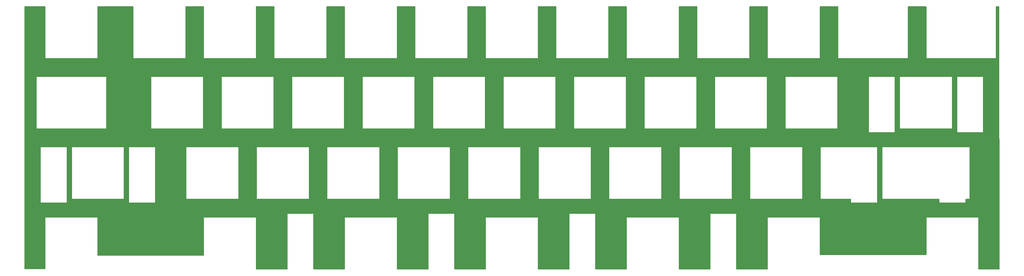
<source format=gbr>
%TF.GenerationSoftware,KiCad,Pcbnew,(7.0.0)*%
%TF.CreationDate,2023-09-11T13:22:16+02:00*%
%TF.ProjectId,kira plate,6b697261-2070-46c6-9174-652e6b696361,rev?*%
%TF.SameCoordinates,Original*%
%TF.FileFunction,Copper,L1,Top*%
%TF.FilePolarity,Positive*%
%FSLAX46Y46*%
G04 Gerber Fmt 4.6, Leading zero omitted, Abs format (unit mm)*
G04 Created by KiCad (PCBNEW (7.0.0)) date 2023-09-11 13:22:16*
%MOMM*%
%LPD*%
G01*
G04 APERTURE LIST*
G04 APERTURE END LIST*
%TA.AperFunction,Conductor*%
%TO.N,GND*%
G36*
X21511500Y-32010515D02*
G01*
X21557619Y-32056634D01*
X21574500Y-32119634D01*
X21574500Y-46037401D01*
X21574459Y-46037500D01*
X21574500Y-46037599D01*
X21574617Y-46037883D01*
X21575000Y-46038041D01*
X21575099Y-46038000D01*
X35574901Y-46038000D01*
X35575000Y-46038041D01*
X35575383Y-46037883D01*
X35575500Y-46037599D01*
X35575541Y-46037500D01*
X35575500Y-46037401D01*
X35575500Y-32119634D01*
X35592381Y-32056634D01*
X35638500Y-32010515D01*
X35701500Y-31993634D01*
X45261000Y-31993634D01*
X45324000Y-32010515D01*
X45370119Y-32056634D01*
X45387000Y-32119634D01*
X45387000Y-46037401D01*
X45386959Y-46037500D01*
X45387000Y-46037599D01*
X45387117Y-46037883D01*
X45387500Y-46038041D01*
X45387599Y-46038000D01*
X59387401Y-46038000D01*
X59387500Y-46038041D01*
X59387883Y-46037883D01*
X59388000Y-46037599D01*
X59388041Y-46037500D01*
X59388000Y-46037401D01*
X59388000Y-32119634D01*
X59404881Y-32056634D01*
X59451000Y-32010515D01*
X59514000Y-31993634D01*
X64311000Y-31993634D01*
X64374000Y-32010515D01*
X64420119Y-32056634D01*
X64437000Y-32119634D01*
X64437000Y-46037401D01*
X64436959Y-46037500D01*
X64437000Y-46037599D01*
X64437117Y-46037883D01*
X64437500Y-46038041D01*
X64437599Y-46038000D01*
X78437401Y-46038000D01*
X78437500Y-46038041D01*
X78437883Y-46037883D01*
X78438000Y-46037599D01*
X78438041Y-46037500D01*
X78438000Y-46037401D01*
X78438000Y-32119634D01*
X78454881Y-32056634D01*
X78501000Y-32010515D01*
X78564000Y-31993634D01*
X83361000Y-31993634D01*
X83424000Y-32010515D01*
X83470119Y-32056634D01*
X83487000Y-32119634D01*
X83487000Y-46037401D01*
X83486959Y-46037500D01*
X83487000Y-46037599D01*
X83487117Y-46037883D01*
X83487500Y-46038041D01*
X83487599Y-46038000D01*
X97487401Y-46038000D01*
X97487500Y-46038041D01*
X97487883Y-46037883D01*
X97488000Y-46037599D01*
X97488041Y-46037500D01*
X97488000Y-46037401D01*
X97488000Y-32119634D01*
X97504881Y-32056634D01*
X97551000Y-32010515D01*
X97614000Y-31993634D01*
X102411000Y-31993634D01*
X102474000Y-32010515D01*
X102520119Y-32056634D01*
X102537000Y-32119634D01*
X102537000Y-46037401D01*
X102536959Y-46037500D01*
X102537000Y-46037599D01*
X102537117Y-46037883D01*
X102537500Y-46038041D01*
X102537599Y-46038000D01*
X116537401Y-46038000D01*
X116537500Y-46038041D01*
X116537883Y-46037883D01*
X116538000Y-46037599D01*
X116538041Y-46037500D01*
X116538000Y-46037401D01*
X116538000Y-32119634D01*
X116554881Y-32056634D01*
X116601000Y-32010515D01*
X116664000Y-31993634D01*
X121461000Y-31993634D01*
X121524000Y-32010515D01*
X121570119Y-32056634D01*
X121587000Y-32119634D01*
X121587000Y-46037401D01*
X121586959Y-46037500D01*
X121587000Y-46037599D01*
X121587117Y-46037883D01*
X121587500Y-46038041D01*
X121587599Y-46038000D01*
X135587401Y-46038000D01*
X135587500Y-46038041D01*
X135587883Y-46037883D01*
X135588000Y-46037599D01*
X135588041Y-46037500D01*
X135588000Y-46037401D01*
X135588000Y-32119634D01*
X135604881Y-32056634D01*
X135651000Y-32010515D01*
X135714000Y-31993634D01*
X140511000Y-31993634D01*
X140574000Y-32010515D01*
X140620119Y-32056634D01*
X140637000Y-32119634D01*
X140637000Y-46037401D01*
X140636959Y-46037500D01*
X140637000Y-46037599D01*
X140637117Y-46037883D01*
X140637500Y-46038041D01*
X140637599Y-46038000D01*
X154637401Y-46038000D01*
X154637500Y-46038041D01*
X154637883Y-46037883D01*
X154638000Y-46037599D01*
X154638041Y-46037500D01*
X154638000Y-46037401D01*
X154638000Y-32119634D01*
X154654881Y-32056634D01*
X154701000Y-32010515D01*
X154764000Y-31993634D01*
X159561000Y-31993634D01*
X159624000Y-32010515D01*
X159670119Y-32056634D01*
X159687000Y-32119634D01*
X159687000Y-46037401D01*
X159686959Y-46037500D01*
X159687000Y-46037599D01*
X159687117Y-46037883D01*
X159687500Y-46038041D01*
X159687599Y-46038000D01*
X173687401Y-46038000D01*
X173687500Y-46038041D01*
X173687883Y-46037883D01*
X173688000Y-46037599D01*
X173688041Y-46037500D01*
X173688000Y-46037401D01*
X173688000Y-32119634D01*
X173704881Y-32056634D01*
X173751000Y-32010515D01*
X173814000Y-31993634D01*
X178611000Y-31993634D01*
X178674000Y-32010515D01*
X178720119Y-32056634D01*
X178737000Y-32119634D01*
X178737000Y-46037401D01*
X178736959Y-46037500D01*
X178737000Y-46037599D01*
X178737117Y-46037883D01*
X178737500Y-46038041D01*
X178737599Y-46038000D01*
X192737401Y-46038000D01*
X192737500Y-46038041D01*
X192737883Y-46037883D01*
X192738000Y-46037599D01*
X192738041Y-46037500D01*
X192738000Y-46037401D01*
X192738000Y-32119634D01*
X192754881Y-32056634D01*
X192801000Y-32010515D01*
X192864000Y-31993634D01*
X197661000Y-31993634D01*
X197724000Y-32010515D01*
X197770119Y-32056634D01*
X197787000Y-32119634D01*
X197787000Y-46037401D01*
X197786959Y-46037500D01*
X197787000Y-46037599D01*
X197787117Y-46037883D01*
X197787500Y-46038041D01*
X197787599Y-46038000D01*
X211787401Y-46038000D01*
X211787500Y-46038041D01*
X211787883Y-46037883D01*
X211788000Y-46037599D01*
X211788041Y-46037500D01*
X211788000Y-46037401D01*
X211788000Y-32119634D01*
X211804881Y-32056634D01*
X211851000Y-32010515D01*
X211914000Y-31993634D01*
X216711000Y-31993634D01*
X216774000Y-32010515D01*
X216820119Y-32056634D01*
X216837000Y-32119634D01*
X216837000Y-46037401D01*
X216836959Y-46037500D01*
X216837000Y-46037599D01*
X216837117Y-46037883D01*
X216837500Y-46038041D01*
X216837599Y-46038000D01*
X230837401Y-46038000D01*
X230837500Y-46038041D01*
X230837883Y-46037883D01*
X230838000Y-46037599D01*
X230838041Y-46037500D01*
X230838000Y-46037401D01*
X230838000Y-32119634D01*
X230854881Y-32056634D01*
X230901000Y-32010515D01*
X230964000Y-31993634D01*
X235761000Y-31993634D01*
X235824000Y-32010515D01*
X235870119Y-32056634D01*
X235887000Y-32119634D01*
X235887000Y-46037401D01*
X235886959Y-46037500D01*
X235887000Y-46037599D01*
X235887117Y-46037883D01*
X235887500Y-46038041D01*
X235887599Y-46038000D01*
X240649901Y-46038000D01*
X240650099Y-46038000D01*
X249887401Y-46038000D01*
X249887599Y-46038000D01*
X254649901Y-46038000D01*
X254650000Y-46038041D01*
X254650383Y-46037883D01*
X254650500Y-46037599D01*
X254650541Y-46037500D01*
X254650500Y-46037401D01*
X254650500Y-32119634D01*
X254667381Y-32056634D01*
X254713500Y-32010515D01*
X254776500Y-31993634D01*
X259573500Y-31993634D01*
X259636500Y-32010515D01*
X259682619Y-32056634D01*
X259699500Y-32119634D01*
X259699500Y-46037401D01*
X259699459Y-46037500D01*
X259699500Y-46037599D01*
X259699617Y-46037883D01*
X259700000Y-46038041D01*
X259700099Y-46038000D01*
X264462401Y-46038000D01*
X264462599Y-46038000D01*
X273699901Y-46038000D01*
X273700099Y-46038000D01*
X278462401Y-46038000D01*
X278462500Y-46038041D01*
X278462883Y-46037883D01*
X278463000Y-46037599D01*
X278463041Y-46037500D01*
X278463000Y-46037401D01*
X278463000Y-32119634D01*
X278479881Y-32056634D01*
X278526000Y-32010515D01*
X278589000Y-31993634D01*
X279271997Y-31993634D01*
X279334965Y-32010496D01*
X279381079Y-32056569D01*
X279397997Y-32119522D01*
X279461272Y-103114134D01*
X279461273Y-103114522D01*
X279444430Y-103177569D01*
X279398305Y-103223734D01*
X279335273Y-103240634D01*
X273826500Y-103240634D01*
X273763500Y-103223753D01*
X273717381Y-103177634D01*
X273700500Y-103114634D01*
X273700500Y-89199722D01*
X273700500Y-89187599D01*
X273700541Y-89187500D01*
X273700383Y-89187117D01*
X273700099Y-89187000D01*
X273700000Y-89186959D01*
X273699901Y-89187000D01*
X259700099Y-89187000D01*
X259700000Y-89186959D01*
X259699901Y-89187000D01*
X259699617Y-89187117D01*
X259699459Y-89187500D01*
X259699500Y-89187599D01*
X259699500Y-89199722D01*
X259699500Y-99241135D01*
X259682619Y-99304135D01*
X259636501Y-99350254D01*
X259573502Y-99367134D01*
X257395132Y-99367152D01*
X230963999Y-99367169D01*
X230901000Y-99350289D01*
X230854881Y-99304170D01*
X230838000Y-99241170D01*
X230838000Y-89199722D01*
X230838000Y-89187599D01*
X230838041Y-89187500D01*
X230837883Y-89187117D01*
X230837599Y-89187000D01*
X230837500Y-89186959D01*
X230837401Y-89187000D01*
X216837599Y-89187000D01*
X216837500Y-89186959D01*
X216837401Y-89187000D01*
X216837117Y-89187117D01*
X216836959Y-89187500D01*
X216837000Y-89187599D01*
X216837000Y-89199722D01*
X216837000Y-103114685D01*
X216820119Y-103177685D01*
X216774000Y-103223804D01*
X216711001Y-103240684D01*
X208413998Y-103240691D01*
X208351000Y-103223811D01*
X208304881Y-103177692D01*
X208288000Y-103114692D01*
X208288000Y-88199722D01*
X208288000Y-88187599D01*
X208288041Y-88187500D01*
X208287883Y-88187117D01*
X208287599Y-88187000D01*
X208287500Y-88186959D01*
X208287401Y-88187000D01*
X201287599Y-88187000D01*
X201287500Y-88186959D01*
X201287401Y-88187000D01*
X201287117Y-88187117D01*
X201286959Y-88187500D01*
X201287000Y-88187599D01*
X201287000Y-88199722D01*
X201287000Y-103114698D01*
X201270119Y-103177698D01*
X201224000Y-103223817D01*
X201161001Y-103240697D01*
X192863998Y-103240704D01*
X192801000Y-103223824D01*
X192754881Y-103177705D01*
X192738000Y-103114705D01*
X192738000Y-89199722D01*
X192738000Y-89187599D01*
X192738041Y-89187500D01*
X192737883Y-89187117D01*
X192737599Y-89187000D01*
X192737500Y-89186959D01*
X192737401Y-89187000D01*
X178737599Y-89187000D01*
X178737500Y-89186959D01*
X178737401Y-89187000D01*
X178737117Y-89187117D01*
X178736959Y-89187500D01*
X178737000Y-89187599D01*
X178737000Y-89199722D01*
X178737000Y-103114716D01*
X178720119Y-103177716D01*
X178674000Y-103223835D01*
X178611000Y-103240716D01*
X170314000Y-103240723D01*
X170251000Y-103223842D01*
X170204881Y-103177723D01*
X170188000Y-103114723D01*
X170188000Y-88199722D01*
X170188000Y-88187599D01*
X170188041Y-88187500D01*
X170187883Y-88187117D01*
X170187599Y-88187000D01*
X170187500Y-88186959D01*
X170187401Y-88187000D01*
X163187599Y-88187000D01*
X163187500Y-88186959D01*
X163187401Y-88187000D01*
X163187117Y-88187117D01*
X163186959Y-88187500D01*
X163187000Y-88187599D01*
X163187000Y-88199722D01*
X163187000Y-103114729D01*
X163170119Y-103177729D01*
X163124000Y-103223848D01*
X163061000Y-103240729D01*
X154764000Y-103240736D01*
X154701000Y-103223855D01*
X154654881Y-103177736D01*
X154638000Y-103114736D01*
X154638000Y-89199722D01*
X154638000Y-89187599D01*
X154638041Y-89187500D01*
X154637883Y-89187117D01*
X154637599Y-89187000D01*
X154637500Y-89186959D01*
X154637401Y-89187000D01*
X140637599Y-89187000D01*
X140637500Y-89186959D01*
X140637401Y-89187000D01*
X140637117Y-89187117D01*
X140636959Y-89187500D01*
X140637000Y-89187599D01*
X140637000Y-89199722D01*
X140637000Y-103114748D01*
X140620119Y-103177748D01*
X140574000Y-103223867D01*
X140511000Y-103240747D01*
X132213999Y-103240754D01*
X132151000Y-103223874D01*
X132104881Y-103177755D01*
X132088000Y-103114755D01*
X132088000Y-88199722D01*
X132088000Y-88187599D01*
X132088041Y-88187500D01*
X132087883Y-88187117D01*
X132087599Y-88187000D01*
X132087500Y-88186959D01*
X132087401Y-88187000D01*
X125087599Y-88187000D01*
X125087500Y-88186959D01*
X125087401Y-88187000D01*
X125087117Y-88187117D01*
X125086959Y-88187500D01*
X125087000Y-88187599D01*
X125087000Y-88199722D01*
X125087000Y-103114761D01*
X125070119Y-103177761D01*
X125024000Y-103223880D01*
X124961000Y-103240760D01*
X116663999Y-103240767D01*
X116601000Y-103223887D01*
X116554881Y-103177768D01*
X116538000Y-103114768D01*
X116538000Y-89199722D01*
X116538000Y-89187599D01*
X116538041Y-89187500D01*
X116537883Y-89187117D01*
X116537599Y-89187000D01*
X116537500Y-89186959D01*
X116537401Y-89187000D01*
X102537599Y-89187000D01*
X102537500Y-89186959D01*
X102537401Y-89187000D01*
X102537117Y-89187117D01*
X102536959Y-89187500D01*
X102537000Y-89187599D01*
X102537000Y-89199722D01*
X102537000Y-103114780D01*
X102520119Y-103177780D01*
X102474000Y-103223899D01*
X102411001Y-103240779D01*
X94113998Y-103240786D01*
X94051000Y-103223906D01*
X94004881Y-103177787D01*
X93988000Y-103114787D01*
X93988000Y-88199722D01*
X93988000Y-88187599D01*
X93988041Y-88187500D01*
X93987883Y-88187117D01*
X93987599Y-88187000D01*
X93987500Y-88186959D01*
X93987401Y-88187000D01*
X86987599Y-88187000D01*
X86987500Y-88186959D01*
X86987401Y-88187000D01*
X86987117Y-88187117D01*
X86986959Y-88187500D01*
X86987000Y-88187599D01*
X86987000Y-88199722D01*
X86987000Y-103114793D01*
X86970119Y-103177793D01*
X86924000Y-103223912D01*
X86861001Y-103240792D01*
X82688277Y-103240796D01*
X78564000Y-103240799D01*
X78501000Y-103223918D01*
X78454881Y-103177799D01*
X78438000Y-103114799D01*
X78438000Y-89199722D01*
X78438000Y-89187599D01*
X78438041Y-89187500D01*
X78437883Y-89187117D01*
X78437599Y-89187000D01*
X78437500Y-89186959D01*
X78437401Y-89187000D01*
X64437599Y-89187000D01*
X64437500Y-89186959D01*
X64437401Y-89187000D01*
X64437117Y-89187117D01*
X64436959Y-89187500D01*
X64437000Y-89187599D01*
X64437000Y-89199722D01*
X64437000Y-99428052D01*
X64419591Y-99491958D01*
X64372175Y-99538205D01*
X64307854Y-99554012D01*
X64201638Y-99551360D01*
X61911129Y-99494152D01*
X61911084Y-99494151D01*
X61910385Y-99494134D01*
X61909630Y-99494134D01*
X35701500Y-99494134D01*
X35638500Y-99477253D01*
X35592381Y-99431134D01*
X35575500Y-99368134D01*
X35575500Y-89199722D01*
X35575500Y-89187599D01*
X35575541Y-89187500D01*
X35575383Y-89187117D01*
X35575099Y-89187000D01*
X35575000Y-89186959D01*
X35574901Y-89187000D01*
X21575099Y-89187000D01*
X21575000Y-89186959D01*
X21574901Y-89187000D01*
X21574617Y-89187117D01*
X21574459Y-89187500D01*
X21574500Y-89187599D01*
X21574500Y-89199722D01*
X21574500Y-103051134D01*
X21557619Y-103114134D01*
X21511500Y-103160253D01*
X21448500Y-103177134D01*
X15998885Y-103177134D01*
X15935885Y-103160253D01*
X15889766Y-103114134D01*
X15872885Y-103051134D01*
X15872885Y-85137500D01*
X20280209Y-85137500D01*
X20280250Y-85137599D01*
X20280367Y-85137883D01*
X20280750Y-85138041D01*
X20280849Y-85138000D01*
X27280651Y-85138000D01*
X27280750Y-85138041D01*
X27281133Y-85137883D01*
X27281250Y-85137599D01*
X27281291Y-85137500D01*
X44156209Y-85137500D01*
X44156250Y-85137599D01*
X44156367Y-85137883D01*
X44156750Y-85138041D01*
X44156849Y-85138000D01*
X51156651Y-85138000D01*
X51156750Y-85138041D01*
X51157133Y-85137883D01*
X51157250Y-85137599D01*
X51157291Y-85137500D01*
X51157250Y-85137401D01*
X51157250Y-84137500D01*
X59674459Y-84137500D01*
X59674500Y-84137599D01*
X59674617Y-84137883D01*
X59675000Y-84138041D01*
X59675099Y-84138000D01*
X73674901Y-84138000D01*
X73675000Y-84138041D01*
X73675383Y-84137883D01*
X73675500Y-84137599D01*
X73675541Y-84137500D01*
X78724459Y-84137500D01*
X78724500Y-84137599D01*
X78724617Y-84137883D01*
X78725000Y-84138041D01*
X78725099Y-84138000D01*
X92724901Y-84138000D01*
X92725000Y-84138041D01*
X92725383Y-84137883D01*
X92725500Y-84137599D01*
X92725541Y-84137500D01*
X97774459Y-84137500D01*
X97774500Y-84137599D01*
X97774617Y-84137883D01*
X97775000Y-84138041D01*
X97775099Y-84138000D01*
X111774901Y-84138000D01*
X111775000Y-84138041D01*
X111775383Y-84137883D01*
X111775500Y-84137599D01*
X111775541Y-84137500D01*
X116824459Y-84137500D01*
X116824500Y-84137599D01*
X116824617Y-84137883D01*
X116825000Y-84138041D01*
X116825099Y-84138000D01*
X130824901Y-84138000D01*
X130825000Y-84138041D01*
X130825383Y-84137883D01*
X130825500Y-84137599D01*
X130825541Y-84137500D01*
X135874459Y-84137500D01*
X135874500Y-84137599D01*
X135874617Y-84137883D01*
X135875000Y-84138041D01*
X135875099Y-84138000D01*
X149874901Y-84138000D01*
X149875000Y-84138041D01*
X149875383Y-84137883D01*
X149875500Y-84137599D01*
X149875541Y-84137500D01*
X154924459Y-84137500D01*
X154924500Y-84137599D01*
X154924617Y-84137883D01*
X154925000Y-84138041D01*
X154925099Y-84138000D01*
X168924901Y-84138000D01*
X168925000Y-84138041D01*
X168925383Y-84137883D01*
X168925500Y-84137599D01*
X168925541Y-84137500D01*
X173974459Y-84137500D01*
X173974500Y-84137599D01*
X173974617Y-84137883D01*
X173975000Y-84138041D01*
X173975099Y-84138000D01*
X187974901Y-84138000D01*
X187975000Y-84138041D01*
X187975383Y-84137883D01*
X187975500Y-84137599D01*
X187975541Y-84137500D01*
X193024459Y-84137500D01*
X193024500Y-84137599D01*
X193024617Y-84137883D01*
X193025000Y-84138041D01*
X193025099Y-84138000D01*
X207024901Y-84138000D01*
X207025000Y-84138041D01*
X207025383Y-84137883D01*
X207025500Y-84137599D01*
X207025541Y-84137500D01*
X212074459Y-84137500D01*
X212074500Y-84137599D01*
X212074617Y-84137883D01*
X212075000Y-84138041D01*
X212075099Y-84138000D01*
X226074901Y-84138000D01*
X226075000Y-84138041D01*
X226075383Y-84137883D01*
X226075500Y-84137599D01*
X226075541Y-84137500D01*
X231124459Y-84137500D01*
X231124500Y-84137599D01*
X231124617Y-84137883D01*
X231125000Y-84138041D01*
X231125099Y-84138000D01*
X239229250Y-84138000D01*
X239292250Y-84154881D01*
X239338369Y-84201000D01*
X239355250Y-84264000D01*
X239355250Y-85137401D01*
X239355209Y-85137500D01*
X239355250Y-85137599D01*
X239355367Y-85137883D01*
X239355750Y-85138041D01*
X239355849Y-85138000D01*
X246355651Y-85138000D01*
X246355750Y-85138041D01*
X246356133Y-85137883D01*
X246356250Y-85137599D01*
X246356291Y-85137500D01*
X246356250Y-85137401D01*
X246356250Y-84137500D01*
X247793209Y-84137500D01*
X247793250Y-84137599D01*
X247793367Y-84137883D01*
X247793750Y-84138041D01*
X247793849Y-84138000D01*
X257318651Y-84138000D01*
X257318849Y-84138000D01*
X261793651Y-84138000D01*
X261793849Y-84138000D01*
X263105250Y-84138000D01*
X263168250Y-84154881D01*
X263214369Y-84201000D01*
X263231250Y-84264000D01*
X263231250Y-85137401D01*
X263231209Y-85137500D01*
X263231250Y-85137599D01*
X263231367Y-85137883D01*
X263231750Y-85138041D01*
X263231849Y-85138000D01*
X270231651Y-85138000D01*
X270231750Y-85138041D01*
X270232133Y-85137883D01*
X270232250Y-85137599D01*
X270232291Y-85137500D01*
X270232250Y-85137401D01*
X270232250Y-84264000D01*
X270249131Y-84201000D01*
X270295250Y-84154881D01*
X270358250Y-84138000D01*
X271318651Y-84138000D01*
X271318750Y-84138041D01*
X271319133Y-84137883D01*
X271319250Y-84137599D01*
X271319291Y-84137500D01*
X271319250Y-84137401D01*
X271319250Y-70137599D01*
X271319291Y-70137500D01*
X271319133Y-70137117D01*
X271318849Y-70137000D01*
X271318750Y-70136959D01*
X271318651Y-70137000D01*
X270231849Y-70137000D01*
X263231849Y-70137000D01*
X261793849Y-70137000D01*
X257318849Y-70137000D01*
X247793849Y-70137000D01*
X247793750Y-70136959D01*
X247793651Y-70137000D01*
X247793367Y-70137117D01*
X247793209Y-70137500D01*
X247793250Y-70137599D01*
X247793250Y-84137401D01*
X247793209Y-84137500D01*
X246356250Y-84137500D01*
X246356250Y-70137599D01*
X246356291Y-70137500D01*
X246356133Y-70137117D01*
X246355849Y-70137000D01*
X246355750Y-70136959D01*
X246355651Y-70137000D01*
X245125099Y-70137000D01*
X239355849Y-70137000D01*
X231125099Y-70137000D01*
X231125000Y-70136959D01*
X231124901Y-70137000D01*
X231124617Y-70137117D01*
X231124459Y-70137500D01*
X231124500Y-70137599D01*
X231124500Y-84137401D01*
X231124459Y-84137500D01*
X226075541Y-84137500D01*
X226075500Y-84137401D01*
X226075500Y-70137599D01*
X226075541Y-70137500D01*
X226075383Y-70137117D01*
X226075099Y-70137000D01*
X226075000Y-70136959D01*
X226074901Y-70137000D01*
X212075099Y-70137000D01*
X212075000Y-70136959D01*
X212074901Y-70137000D01*
X212074617Y-70137117D01*
X212074459Y-70137500D01*
X212074500Y-70137599D01*
X212074500Y-84137401D01*
X212074459Y-84137500D01*
X207025541Y-84137500D01*
X207025500Y-84137401D01*
X207025500Y-70137599D01*
X207025541Y-70137500D01*
X207025383Y-70137117D01*
X207025099Y-70137000D01*
X207025000Y-70136959D01*
X207024901Y-70137000D01*
X193025099Y-70137000D01*
X193025000Y-70136959D01*
X193024901Y-70137000D01*
X193024617Y-70137117D01*
X193024459Y-70137500D01*
X193024500Y-70137599D01*
X193024500Y-84137401D01*
X193024459Y-84137500D01*
X187975541Y-84137500D01*
X187975500Y-84137401D01*
X187975500Y-70137599D01*
X187975541Y-70137500D01*
X187975383Y-70137117D01*
X187975099Y-70137000D01*
X187975000Y-70136959D01*
X187974901Y-70137000D01*
X173975099Y-70137000D01*
X173975000Y-70136959D01*
X173974901Y-70137000D01*
X173974617Y-70137117D01*
X173974459Y-70137500D01*
X173974500Y-70137599D01*
X173974500Y-84137401D01*
X173974459Y-84137500D01*
X168925541Y-84137500D01*
X168925500Y-84137401D01*
X168925500Y-70137599D01*
X168925541Y-70137500D01*
X168925383Y-70137117D01*
X168925099Y-70137000D01*
X168925000Y-70136959D01*
X168924901Y-70137000D01*
X154925099Y-70137000D01*
X154925000Y-70136959D01*
X154924901Y-70137000D01*
X154924617Y-70137117D01*
X154924459Y-70137500D01*
X154924500Y-70137599D01*
X154924500Y-84137401D01*
X154924459Y-84137500D01*
X149875541Y-84137500D01*
X149875500Y-84137401D01*
X149875500Y-70137599D01*
X149875541Y-70137500D01*
X149875383Y-70137117D01*
X149875099Y-70137000D01*
X149875000Y-70136959D01*
X149874901Y-70137000D01*
X135875099Y-70137000D01*
X135875000Y-70136959D01*
X135874901Y-70137000D01*
X135874617Y-70137117D01*
X135874459Y-70137500D01*
X135874500Y-70137599D01*
X135874500Y-84137401D01*
X135874459Y-84137500D01*
X130825541Y-84137500D01*
X130825500Y-84137401D01*
X130825500Y-70137599D01*
X130825541Y-70137500D01*
X130825383Y-70137117D01*
X130825099Y-70137000D01*
X130825000Y-70136959D01*
X130824901Y-70137000D01*
X116825099Y-70137000D01*
X116825000Y-70136959D01*
X116824901Y-70137000D01*
X116824617Y-70137117D01*
X116824459Y-70137500D01*
X116824500Y-70137599D01*
X116824500Y-84137401D01*
X116824459Y-84137500D01*
X111775541Y-84137500D01*
X111775500Y-84137401D01*
X111775500Y-70137599D01*
X111775541Y-70137500D01*
X111775383Y-70137117D01*
X111775099Y-70137000D01*
X111775000Y-70136959D01*
X111774901Y-70137000D01*
X97775099Y-70137000D01*
X97775000Y-70136959D01*
X97774901Y-70137000D01*
X97774617Y-70137117D01*
X97774459Y-70137500D01*
X97774500Y-70137599D01*
X97774500Y-84137401D01*
X97774459Y-84137500D01*
X92725541Y-84137500D01*
X92725500Y-84137401D01*
X92725500Y-70137599D01*
X92725541Y-70137500D01*
X92725383Y-70137117D01*
X92725099Y-70137000D01*
X92725000Y-70136959D01*
X92724901Y-70137000D01*
X78725099Y-70137000D01*
X78725000Y-70136959D01*
X78724901Y-70137000D01*
X78724617Y-70137117D01*
X78724459Y-70137500D01*
X78724500Y-70137599D01*
X78724500Y-84137401D01*
X78724459Y-84137500D01*
X73675541Y-84137500D01*
X73675500Y-84137401D01*
X73675500Y-70137599D01*
X73675541Y-70137500D01*
X73675383Y-70137117D01*
X73675099Y-70137000D01*
X73675000Y-70136959D01*
X73674901Y-70137000D01*
X59675099Y-70137000D01*
X59675000Y-70136959D01*
X59674901Y-70137000D01*
X59674617Y-70137117D01*
X59674459Y-70137500D01*
X59674500Y-70137599D01*
X59674500Y-84137401D01*
X59674459Y-84137500D01*
X51157250Y-84137500D01*
X51157250Y-70137599D01*
X51157291Y-70137500D01*
X51157133Y-70137117D01*
X51156849Y-70137000D01*
X51156750Y-70136959D01*
X51156651Y-70137000D01*
X44156849Y-70137000D01*
X44156750Y-70136959D01*
X44156651Y-70137000D01*
X44156367Y-70137117D01*
X44156209Y-70137500D01*
X44156250Y-70137599D01*
X44156250Y-85137401D01*
X44156209Y-85137500D01*
X27281291Y-85137500D01*
X27281250Y-85137401D01*
X27281250Y-84137500D01*
X28718209Y-84137500D01*
X28718250Y-84137599D01*
X28718367Y-84137883D01*
X28718750Y-84138041D01*
X28718849Y-84138000D01*
X42718651Y-84138000D01*
X42718750Y-84138041D01*
X42719133Y-84137883D01*
X42719250Y-84137599D01*
X42719291Y-84137500D01*
X42719250Y-84137401D01*
X42719250Y-70137599D01*
X42719291Y-70137500D01*
X42719133Y-70137117D01*
X42718849Y-70137000D01*
X42718750Y-70136959D01*
X42718651Y-70137000D01*
X28718849Y-70137000D01*
X28718750Y-70136959D01*
X28718651Y-70137000D01*
X28718367Y-70137117D01*
X28718209Y-70137500D01*
X28718250Y-70137599D01*
X28718250Y-84137401D01*
X28718209Y-84137500D01*
X27281250Y-84137500D01*
X27281250Y-70137599D01*
X27281291Y-70137500D01*
X27281133Y-70137117D01*
X27280849Y-70137000D01*
X27280750Y-70136959D01*
X27280651Y-70137000D01*
X20280849Y-70137000D01*
X20280750Y-70136959D01*
X20280651Y-70137000D01*
X20280367Y-70137117D01*
X20280209Y-70137500D01*
X20280250Y-70137599D01*
X20280250Y-85137401D01*
X20280209Y-85137500D01*
X15872885Y-85137500D01*
X15872885Y-66087500D01*
X244117709Y-66087500D01*
X244117750Y-66087599D01*
X244117867Y-66087883D01*
X244118250Y-66088041D01*
X244118349Y-66088000D01*
X251118151Y-66088000D01*
X251118250Y-66088041D01*
X251118633Y-66087883D01*
X251118750Y-66087599D01*
X251118791Y-66087500D01*
X267993709Y-66087500D01*
X267993750Y-66087599D01*
X267993867Y-66087883D01*
X267994250Y-66088041D01*
X267994349Y-66088000D01*
X274994151Y-66088000D01*
X274994250Y-66088041D01*
X274994633Y-66087883D01*
X274994750Y-66087599D01*
X274994791Y-66087500D01*
X274994750Y-66087401D01*
X274994750Y-51087599D01*
X274994791Y-51087500D01*
X274994633Y-51087117D01*
X274994349Y-51087000D01*
X274994250Y-51086959D01*
X274994151Y-51087000D01*
X267994349Y-51087000D01*
X267994250Y-51086959D01*
X267994151Y-51087000D01*
X267993867Y-51087117D01*
X267993709Y-51087500D01*
X267993750Y-51087599D01*
X267993750Y-66087401D01*
X267993709Y-66087500D01*
X251118791Y-66087500D01*
X251118750Y-66087401D01*
X251118750Y-65087500D01*
X252555709Y-65087500D01*
X252555750Y-65087599D01*
X252555867Y-65087883D01*
X252556250Y-65088041D01*
X252556349Y-65088000D01*
X266556151Y-65088000D01*
X266556250Y-65088041D01*
X266556633Y-65087883D01*
X266556750Y-65087599D01*
X266556791Y-65087500D01*
X266556750Y-65087401D01*
X266556750Y-51087599D01*
X266556791Y-51087500D01*
X266556633Y-51087117D01*
X266556349Y-51087000D01*
X266556250Y-51086959D01*
X266556151Y-51087000D01*
X252556349Y-51087000D01*
X252556250Y-51086959D01*
X252556151Y-51087000D01*
X252555867Y-51087117D01*
X252555709Y-51087500D01*
X252555750Y-51087599D01*
X252555750Y-65087401D01*
X252555709Y-65087500D01*
X251118750Y-65087500D01*
X251118750Y-51087599D01*
X251118791Y-51087500D01*
X251118633Y-51087117D01*
X251118349Y-51087000D01*
X251118250Y-51086959D01*
X251118151Y-51087000D01*
X244118349Y-51087000D01*
X244118250Y-51086959D01*
X244118151Y-51087000D01*
X244117867Y-51087117D01*
X244117709Y-51087500D01*
X244117750Y-51087599D01*
X244117750Y-66087401D01*
X244117709Y-66087500D01*
X15872885Y-66087500D01*
X15872885Y-65087500D01*
X19193209Y-65087500D01*
X19193250Y-65087599D01*
X19193367Y-65087883D01*
X19193750Y-65088041D01*
X19193849Y-65088000D01*
X23956151Y-65088000D01*
X23956349Y-65088000D01*
X33193651Y-65088000D01*
X33193849Y-65088000D01*
X37956151Y-65088000D01*
X37956250Y-65088041D01*
X37956633Y-65087883D01*
X37956750Y-65087599D01*
X37956791Y-65087500D01*
X50149459Y-65087500D01*
X50149500Y-65087599D01*
X50149617Y-65087883D01*
X50150000Y-65088041D01*
X50150099Y-65088000D01*
X64149901Y-65088000D01*
X64150000Y-65088041D01*
X64150383Y-65087883D01*
X64150500Y-65087599D01*
X64150541Y-65087500D01*
X69199459Y-65087500D01*
X69199500Y-65087599D01*
X69199617Y-65087883D01*
X69200000Y-65088041D01*
X69200099Y-65088000D01*
X83199901Y-65088000D01*
X83200000Y-65088041D01*
X83200383Y-65087883D01*
X83200500Y-65087599D01*
X83200541Y-65087500D01*
X88249459Y-65087500D01*
X88249500Y-65087599D01*
X88249617Y-65087883D01*
X88250000Y-65088041D01*
X88250099Y-65088000D01*
X102249901Y-65088000D01*
X102250000Y-65088041D01*
X102250383Y-65087883D01*
X102250500Y-65087599D01*
X102250541Y-65087500D01*
X107299459Y-65087500D01*
X107299500Y-65087599D01*
X107299617Y-65087883D01*
X107300000Y-65088041D01*
X107300099Y-65088000D01*
X121299901Y-65088000D01*
X121300000Y-65088041D01*
X121300383Y-65087883D01*
X121300500Y-65087599D01*
X121300541Y-65087500D01*
X126349459Y-65087500D01*
X126349500Y-65087599D01*
X126349617Y-65087883D01*
X126350000Y-65088041D01*
X126350099Y-65088000D01*
X140349901Y-65088000D01*
X140350000Y-65088041D01*
X140350383Y-65087883D01*
X140350500Y-65087599D01*
X140350541Y-65087500D01*
X145399459Y-65087500D01*
X145399500Y-65087599D01*
X145399617Y-65087883D01*
X145400000Y-65088041D01*
X145400099Y-65088000D01*
X159399901Y-65088000D01*
X159400000Y-65088041D01*
X159400383Y-65087883D01*
X159400500Y-65087599D01*
X159400541Y-65087500D01*
X164449459Y-65087500D01*
X164449500Y-65087599D01*
X164449617Y-65087883D01*
X164450000Y-65088041D01*
X164450099Y-65088000D01*
X178449901Y-65088000D01*
X178450000Y-65088041D01*
X178450383Y-65087883D01*
X178450500Y-65087599D01*
X178450541Y-65087500D01*
X183499459Y-65087500D01*
X183499500Y-65087599D01*
X183499617Y-65087883D01*
X183500000Y-65088041D01*
X183500099Y-65088000D01*
X197499901Y-65088000D01*
X197500000Y-65088041D01*
X197500383Y-65087883D01*
X197500500Y-65087599D01*
X197500541Y-65087500D01*
X202549459Y-65087500D01*
X202549500Y-65087599D01*
X202549617Y-65087883D01*
X202550000Y-65088041D01*
X202550099Y-65088000D01*
X216549901Y-65088000D01*
X216550000Y-65088041D01*
X216550383Y-65087883D01*
X216550500Y-65087599D01*
X216550541Y-65087500D01*
X221599459Y-65087500D01*
X221599500Y-65087599D01*
X221599617Y-65087883D01*
X221600000Y-65088041D01*
X221600099Y-65088000D01*
X235599901Y-65088000D01*
X235600000Y-65088041D01*
X235600383Y-65087883D01*
X235600500Y-65087599D01*
X235600541Y-65087500D01*
X235600500Y-65087401D01*
X235600500Y-51087599D01*
X235600541Y-51087500D01*
X235600383Y-51087117D01*
X235600099Y-51087000D01*
X235600000Y-51086959D01*
X235599901Y-51087000D01*
X221600099Y-51087000D01*
X221600000Y-51086959D01*
X221599901Y-51087000D01*
X221599617Y-51087117D01*
X221599459Y-51087500D01*
X221599500Y-51087599D01*
X221599500Y-65087401D01*
X221599459Y-65087500D01*
X216550541Y-65087500D01*
X216550500Y-65087401D01*
X216550500Y-51087599D01*
X216550541Y-51087500D01*
X216550383Y-51087117D01*
X216550099Y-51087000D01*
X216550000Y-51086959D01*
X216549901Y-51087000D01*
X202550099Y-51087000D01*
X202550000Y-51086959D01*
X202549901Y-51087000D01*
X202549617Y-51087117D01*
X202549459Y-51087500D01*
X202549500Y-51087599D01*
X202549500Y-65087401D01*
X202549459Y-65087500D01*
X197500541Y-65087500D01*
X197500500Y-65087401D01*
X197500500Y-51087599D01*
X197500541Y-51087500D01*
X197500383Y-51087117D01*
X197500099Y-51087000D01*
X197500000Y-51086959D01*
X197499901Y-51087000D01*
X183500099Y-51087000D01*
X183500000Y-51086959D01*
X183499901Y-51087000D01*
X183499617Y-51087117D01*
X183499459Y-51087500D01*
X183499500Y-51087599D01*
X183499500Y-65087401D01*
X183499459Y-65087500D01*
X178450541Y-65087500D01*
X178450500Y-65087401D01*
X178450500Y-51087599D01*
X178450541Y-51087500D01*
X178450383Y-51087117D01*
X178450099Y-51087000D01*
X178450000Y-51086959D01*
X178449901Y-51087000D01*
X164450099Y-51087000D01*
X164450000Y-51086959D01*
X164449901Y-51087000D01*
X164449617Y-51087117D01*
X164449459Y-51087500D01*
X164449500Y-51087599D01*
X164449500Y-65087401D01*
X164449459Y-65087500D01*
X159400541Y-65087500D01*
X159400500Y-65087401D01*
X159400500Y-51087599D01*
X159400541Y-51087500D01*
X159400383Y-51087117D01*
X159400099Y-51087000D01*
X159400000Y-51086959D01*
X159399901Y-51087000D01*
X145400099Y-51087000D01*
X145400000Y-51086959D01*
X145399901Y-51087000D01*
X145399617Y-51087117D01*
X145399459Y-51087500D01*
X145399500Y-51087599D01*
X145399500Y-65087401D01*
X145399459Y-65087500D01*
X140350541Y-65087500D01*
X140350500Y-65087401D01*
X140350500Y-51087599D01*
X140350541Y-51087500D01*
X140350383Y-51087117D01*
X140350099Y-51087000D01*
X140350000Y-51086959D01*
X140349901Y-51087000D01*
X126350099Y-51087000D01*
X126350000Y-51086959D01*
X126349901Y-51087000D01*
X126349617Y-51087117D01*
X126349459Y-51087500D01*
X126349500Y-51087599D01*
X126349500Y-65087401D01*
X126349459Y-65087500D01*
X121300541Y-65087500D01*
X121300500Y-65087401D01*
X121300500Y-51087599D01*
X121300541Y-51087500D01*
X121300383Y-51087117D01*
X121300099Y-51087000D01*
X121300000Y-51086959D01*
X121299901Y-51087000D01*
X107300099Y-51087000D01*
X107300000Y-51086959D01*
X107299901Y-51087000D01*
X107299617Y-51087117D01*
X107299459Y-51087500D01*
X107299500Y-51087599D01*
X107299500Y-65087401D01*
X107299459Y-65087500D01*
X102250541Y-65087500D01*
X102250500Y-65087401D01*
X102250500Y-51087599D01*
X102250541Y-51087500D01*
X102250383Y-51087117D01*
X102250099Y-51087000D01*
X102250000Y-51086959D01*
X102249901Y-51087000D01*
X88250099Y-51087000D01*
X88250000Y-51086959D01*
X88249901Y-51087000D01*
X88249617Y-51087117D01*
X88249459Y-51087500D01*
X88249500Y-51087599D01*
X88249500Y-65087401D01*
X88249459Y-65087500D01*
X83200541Y-65087500D01*
X83200500Y-65087401D01*
X83200500Y-51087599D01*
X83200541Y-51087500D01*
X83200383Y-51087117D01*
X83200099Y-51087000D01*
X83200000Y-51086959D01*
X83199901Y-51087000D01*
X69200099Y-51087000D01*
X69200000Y-51086959D01*
X69199901Y-51087000D01*
X69199617Y-51087117D01*
X69199459Y-51087500D01*
X69199500Y-51087599D01*
X69199500Y-65087401D01*
X69199459Y-65087500D01*
X64150541Y-65087500D01*
X64150500Y-65087401D01*
X64150500Y-51087599D01*
X64150541Y-51087500D01*
X64150383Y-51087117D01*
X64150099Y-51087000D01*
X64150000Y-51086959D01*
X64149901Y-51087000D01*
X50150099Y-51087000D01*
X50150000Y-51086959D01*
X50149901Y-51087000D01*
X50149617Y-51087117D01*
X50149459Y-51087500D01*
X50149500Y-51087599D01*
X50149500Y-65087401D01*
X50149459Y-65087500D01*
X37956791Y-65087500D01*
X37956750Y-65087401D01*
X37956750Y-51087599D01*
X37956791Y-51087500D01*
X37956633Y-51087117D01*
X37956349Y-51087000D01*
X37956250Y-51086959D01*
X37956151Y-51087000D01*
X33193849Y-51087000D01*
X23956349Y-51087000D01*
X19193849Y-51087000D01*
X19193750Y-51086959D01*
X19193651Y-51087000D01*
X19193367Y-51087117D01*
X19193209Y-51087500D01*
X19193250Y-51087599D01*
X19193250Y-65087401D01*
X19193209Y-65087500D01*
X15872885Y-65087500D01*
X15872885Y-32119634D01*
X15889766Y-32056634D01*
X15935885Y-32010515D01*
X15998885Y-31993634D01*
X21448500Y-31993634D01*
X21511500Y-32010515D01*
G37*
%TD.AperFunction*%
%TD*%
M02*

</source>
